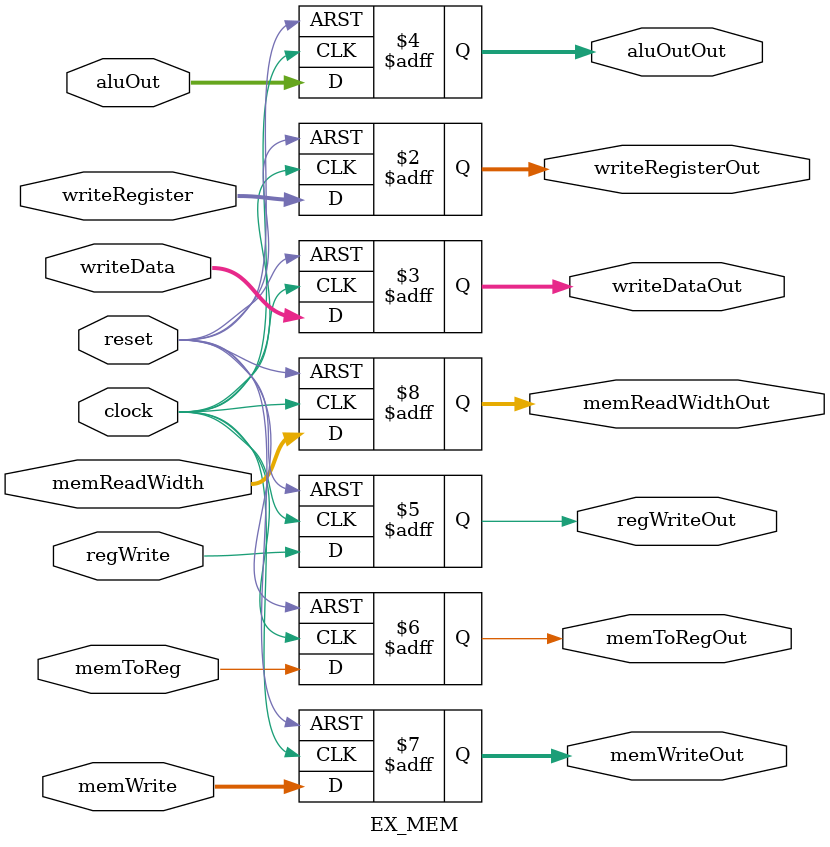
<source format=v>
`timescale 1ns / 1ps
module EX_MEM(
		input clock,
		input reset,
		input[4:0] writeRegister,
		input[31:0] writeData,
		input[31:0] aluOut,
		input regWrite,
		input memToReg,
		input [3:0]memWrite,
		input [1:0] memReadWidth,
		
		output reg[4:0] writeRegisterOut,
		output reg[31:0] writeDataOut,
		output reg[31:0] aluOutOut,
		output reg regWriteOut,
		output reg memToRegOut,
		output reg [3:0]memWriteOut,
		output reg [1:0] memReadWidthOut
		
    );
	 
	 always @(negedge clock,posedge reset)begin
		if(reset)begin
			writeRegisterOut<=0;
			writeDataOut<=0;
			aluOutOut<=0;
			regWriteOut<=0;
			memToRegOut<=0;
			memWriteOut<=0;
			memReadWidthOut<=0;
		end
		else begin
			writeRegisterOut<=writeRegister;
			writeDataOut<=writeData;
			aluOutOut<=aluOut;
			regWriteOut<=regWrite;
			memToRegOut<=memToReg;
			memWriteOut<=memWrite;
			memReadWidthOut<=memReadWidth;

		end
		
	 end


endmodule

</source>
